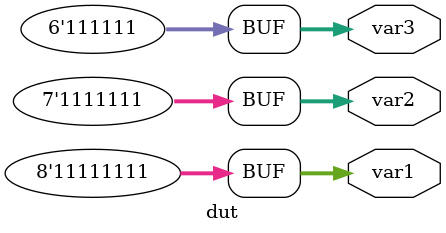
<source format=sv>
/* Generated by Synlig (git sha1 44d00f6f2, g++ 12.2.0-14 -fPIC -O3) */

(* top =  1  *)
(* src = "/root/synlig/synlig/tests/simple_tests/StructInPackage/dut.sv:13.1-25.10" *)
module dut(var3, var2, var1);
  (* src = "/root/synlig/synlig/tests/simple_tests/StructInPackage/dut.sv:13.12-13.16" *)
  (* wiretype = "\\struct1" *)
  output [7:0] var1;
  wire [7:0] var1;
  (* src = "/root/synlig/synlig/tests/simple_tests/StructInPackage/dut.sv:13.18-13.22" *)
  (* wiretype = "\\struct1" *)
  output [6:0] var2;
  wire [6:0] var2;
  (* src = "/root/synlig/synlig/tests/simple_tests/StructInPackage/dut.sv:13.24-13.28" *)
  (* wiretype = "\\struct2" *)
  output [5:0] var3;
  wire [5:0] var3;
  assign var1 = 8'hff;
  assign var2 = 7'h7f;
  assign var3 = 6'h3f;
endmodule

</source>
